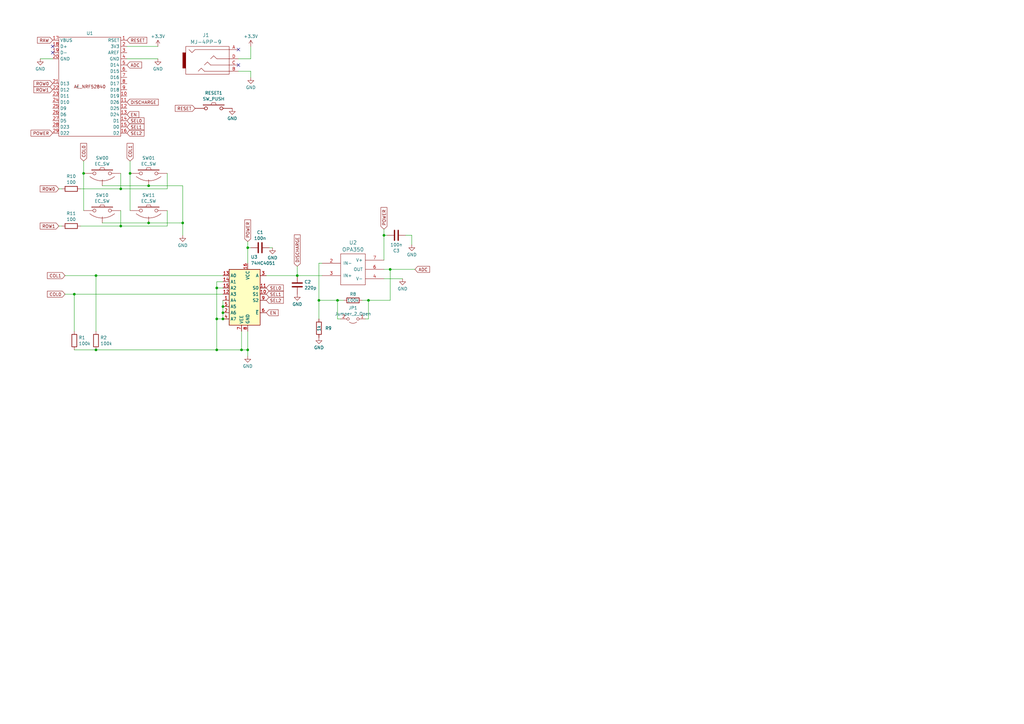
<source format=kicad_sch>
(kicad_sch (version 20230121) (generator eeschema)
  (paper "A3")
  (lib_symbols
    (symbol "0_kbd:SW_PUSH" (pin_numbers hide) (pin_names (offset 1.016) hide)
      (property "Reference" "SW" (at 3.81 2.794 0))
      (property "Value" "SW_PUSH" (at 0 -2.032 0))
      (symbol "SW_PUSH_0_1"
        (rectangle (start -4.318 1.27) (end 4.318 1.524))
        (polyline (pts (xy -1.016 1.524) (xy -0.762 2.286) (xy 0.762 2.286) (xy 1.016 1.524)))
        (pin passive inverted (at -7.62 0 0) (length 5.08) (name "1") (number "1"))
        (pin passive inverted (at 7.62 0 180) (length 5.08) (name "2") (number "2"))
      )
    )
    (symbol "0_tako:EC_SW" (pin_numbers hide) (pin_names (offset 1.016) hide)
      (property "Reference" "SW" (at 3.81 2.794 0))
      (property "Value" "EC_SW" (at -3.81 3.81 0))
      (symbol "EC_SW_0_1"
        (arc (start -5.08 -1.27) (mid 0 -3.052) (end 5.08 -1.27))
        (rectangle (start -4.318 1.27) (end 4.318 1.524))
        (polyline (pts (xy -1.016 1.524) (xy -0.762 2.286) (xy 0.762 2.286) (xy 1.016 1.524)))
        (pin passive inverted (at -7.62 0 0) (length 5.08) (name "1") (number "1"))
        (pin passive inverted (at 7.62 0 180) (length 5.08) (name "2") (number "2"))
      )
      (symbol "EC_SW_1_1"
        (pin input line (at 0 -5.08 90) (length 2.54) (name "SG") (number "3"))
      )
    )
    (symbol "0_tako:MJ-4PP-9" (pin_names (offset 1.016))
      (property "Reference" "J" (at -8.89 -7.62 0))
      (property "Value" "MJ-4PP-9" (at -3.81 6.35 0))
      (symbol "MJ-4PP-9_0_1"
        (rectangle (start -11.43 2.54) (end -10.16 -3.81) (fill (type outline)))
        (polyline (pts (xy 2.54 0) (xy 7.62 0)))
        (polyline (pts (xy -2.54 -5.08) (xy 7.62 -5.08) (xy 7.62 -5.08)))
        (polyline (pts (xy 0 -2.54) (xy -1.27 -1.27) (xy -2.54 -2.54)))
        (polyline (pts (xy 0 0) (xy 1.27 1.27) (xy 2.54 0)))
        (polyline (pts (xy -2.54 -5.08) (xy -3.81 -3.81) (xy -5.08 -5.08) (xy -5.08 -5.08)))
        (polyline (pts (xy 0 -2.54) (xy 7.62 -2.54) (xy 7.62 -2.54) (xy 7.62 -2.54)))
        (polyline (pts (xy 7.62 3.81) (xy -6.35 3.81) (xy -7.62 2.54) (xy -8.89 3.81) (xy -8.89 3.81)))
        (rectangle (start 7.62 -6.35) (end -10.16 5.08))
      )
      (symbol "MJ-4PP-9_1_1"
        (pin passive line (at 11.43 3.81 180) (length 3.81) (name "~") (number "A"))
        (pin passive line (at 11.43 -5.08 180) (length 3.81) (name "~") (number "B"))
        (pin passive line (at 11.43 -2.54 180) (length 3.81) (name "~") (number "C"))
        (pin passive line (at 11.43 0 180) (length 3.81) (name "~") (number "D"))
      )
    )
    (symbol "0_tako:OPA350" (pin_names (offset 1.016))
      (property "Reference" "U" (at 8.89 -7.62 0))
      (property "Value" "OPA350" (at 5.08 7.62 0))
      (symbol "OPA350_0_1"
        (rectangle (start 0 -6.35) (end 10.16 6.35))
        (pin input line (at -7.62 2.54 0) (length 7.62) (name "IN-") (number "2"))
        (pin input line (at -7.62 -2.54 0) (length 7.62) (name "IN+") (number "3"))
        (pin input line (at 17.78 -3.81 180) (length 7.62) (name "V-") (number "4"))
        (pin input line (at 17.78 0 180) (length 7.62) (name "OUT") (number "6"))
        (pin input line (at 17.78 3.81 180) (length 7.62) (name "V+") (number "7"))
      )
    )
    (symbol "74xx:74HC4051"
      (property "Reference" "U3" (at 1.27 15.24 0))
      (property "Value" "74HC4051" (at 1.27 12.7 0))
      (symbol "74HC4051_0_1"
        (rectangle (start -7.62 -12.7) (end 5.08 10.16) (stroke (width 0.254)) (fill (type background)))
      )
      (symbol "74HC4051_1_1"
        (pin passive line (at -10.16 -2.54 0) (length 2.54) (name "A4") (number "1"))
        (pin input line (at 7.62 0 180) (length 2.54) (name "S1") (number "10"))
        (pin input line (at 7.62 2.54 180) (length 2.54) (name "S0") (number "11"))
        (pin passive line (at -10.16 0 0) (length 2.54) (name "A3") (number "12"))
        (pin passive line (at -10.16 7.62 0) (length 2.54) (name "A0") (number "13"))
        (pin passive line (at -10.16 5.08 0) (length 2.54) (name "A1") (number "14"))
        (pin passive line (at -10.16 2.54 0) (length 2.54) (name "A2") (number "15"))
        (pin power_in line (at 0 12.7 270) (length 2.54) (name "VCC") (number "16"))
        (pin passive line (at -10.16 -7.62 0) (length 2.54) (name "A6") (number "2"))
        (pin passive line (at 7.62 7.62 180) (length 2.54) (name "A") (number "3"))
        (pin passive line (at -10.16 -10.16 0) (length 2.54) (name "A7") (number "4"))
        (pin passive line (at -10.16 -5.08 0) (length 2.54) (name "A5") (number "5"))
        (pin input line (at 7.62 -7.62 180) (length 2.54) (name "~{E}") (number "6"))
        (pin power_in line (at -2.54 -15.24 90) (length 2.54) (name "VEE") (number "7"))
        (pin power_in line (at 0 -15.24 90) (length 2.54) (name "GND") (number "8"))
        (pin input line (at 7.62 -2.54 180) (length 2.54) (name "S2") (number "9"))
      )
    )
    (symbol "Device:C" (pin_numbers hide) (pin_names (offset 0.254))
      (property "Reference" "C" (at 0.635 2.54 0))
      (property "Value" "C" (at 0.635 -2.54 0))
      (symbol "C_0_1"
        (polyline (pts (xy -2.032 -0.762) (xy 2.032 -0.762)) (stroke (width 0.508)))
        (polyline (pts (xy -2.032 0.762) (xy 2.032 0.762)) (stroke (width 0.508)))
      )
      (symbol "C_1_1"
        (pin passive line (at 0 3.81 270) (length 2.794) (name "~") (number "1"))
        (pin passive line (at 0 -3.81 90) (length 2.794) (name "~") (number "2"))
      )
    )
    (symbol "Device:R" (pin_numbers hide) (pin_names (offset 0))
      (property "Reference" "R" (at 2.032 0 90))
      (property "Value" "R" (at 0 0 90))
      (symbol "R_0_1"
        (rectangle (start -1.016 -2.54) (end 1.016 2.54) (stroke (width 0.254)))
      )
      (symbol "R_1_1"
        (pin passive line (at 0 3.81 270) (length 1.27) (name "~") (number "1"))
        (pin passive line (at 0 -3.81 90) (length 1.27) (name "~") (number "2"))
      )
    )
    (symbol "Jumper:Jumper_2_Open" (pin_names (offset 0) hide)
      (property "Reference" "JP" (at 0 2.794 0))
      (property "Value" "Jumper_2_Open" (at 0 -2.286 0))
      (symbol "Jumper_2_Open_0_0"
        (circle (center -2.032 0) (radius 0.508))
        (circle (center 2.032 0) (radius 0.508))
      )
      (symbol "Jumper_2_Open_0_1"
        (arc (start 1.524 1.27) (mid 0 1.778) (end -1.524 1.27))
      )
      (symbol "Jumper_2_Open_1_1"
        (pin passive line (at -5.08 0 0) (length 2.54) (name "A") (number "1"))
        (pin passive line (at 5.08 0 180) (length 2.54) (name "B") (number "2"))
      )
    )
    (symbol "ae_nrf52840:ae_nrf52840"
      (property "Reference" "U" (at 0 2.54 0))
      (symbol "ae_nrf52840_0_1"
        (rectangle (start -12.7 20.32) (end 12.7 -20.32))
      )
      (symbol "ae_nrf52840_1_1"
        (text "AE_NRF52840" (at 0 0 0) (effects (font (size 1.27 1.27))))
        (pin bidirectional line (at 15.24 19.05 180) (length 2.54) (name "RSET") (number "1"))
        (pin bidirectional line (at 15.24 -3.81 180) (length 2.54) (name "D19") (number "10"))
        (pin bidirectional line (at 15.24 -6.35 180) (length 2.54) (name "D26") (number "11"))
        (pin bidirectional line (at 15.24 -8.89 180) (length 2.54) (name "D25") (number "12"))
        (pin bidirectional line (at 15.24 -11.43 180) (length 2.54) (name "D24") (number "13"))
        (pin bidirectional line (at 15.24 -13.97 180) (length 2.54) (name "D1") (number "14"))
        (pin bidirectional line (at 15.24 -16.51 180) (length 2.54) (name "D0") (number "15"))
        (pin bidirectional line (at 15.24 -19.05 180) (length 2.54) (name "D2") (number "16"))
        (pin power_in line (at -15.24 19.05 0) (length 2.54) (name "VBUS") (number "17"))
        (pin bidirectional line (at -15.24 16.51 0) (length 2.54) (name "D+") (number "18"))
        (pin bidirectional line (at -15.24 13.97 0) (length 2.54) (name "D-") (number "19"))
        (pin power_in line (at 15.24 16.51 180) (length 2.54) (name "3V3") (number "2"))
        (pin power_in line (at -15.24 11.43 0) (length 2.54) (name "GND") (number "20"))
        (pin bidirectional line (at -15.24 1.27 0) (length 2.54) (name "D13") (number "21"))
        (pin bidirectional line (at -15.24 -1.27 0) (length 2.54) (name "D12") (number "22"))
        (pin bidirectional line (at -15.24 -3.81 0) (length 2.54) (name "D11") (number "23"))
        (pin bidirectional line (at -15.24 -6.35 0) (length 2.54) (name "D10") (number "24"))
        (pin bidirectional line (at -15.24 -8.89 0) (length 2.54) (name "D9") (number "25"))
        (pin bidirectional line (at -15.24 -11.43 0) (length 2.54) (name "D6") (number "26"))
        (pin bidirectional line (at -15.24 -13.97 0) (length 2.54) (name "D5") (number "27"))
        (pin bidirectional line (at -15.24 -16.51 0) (length 2.54) (name "D23") (number "28"))
        (pin bidirectional line (at -15.24 -19.05 0) (length 2.54) (name "D22") (number "29"))
        (pin bidirectional line (at 15.24 13.97 180) (length 2.54) (name "AREF") (number "3"))
        (pin power_in line (at 15.24 11.43 180) (length 2.54) (name "GND") (number "4"))
        (pin bidirectional line (at 15.24 8.89 180) (length 2.54) (name "D14") (number "5"))
        (pin bidirectional line (at 15.24 6.35 180) (length 2.54) (name "D15") (number "6"))
        (pin bidirectional line (at 15.24 3.81 180) (length 2.54) (name "D16") (number "7"))
        (pin bidirectional line (at 15.24 1.27 180) (length 2.54) (name "D17") (number "8"))
        (pin bidirectional line (at 15.24 -1.27 180) (length 2.54) (name "D18") (number "9"))
      )
    )
    (symbol "power:+3.3V" (power) (pin_names (offset 0))
      (property "Value" "+3.3V" (at 0 3.556 0))
      (symbol "+3.3V_0_1"
        (polyline (pts (xy -0.762 1.27) (xy 0 2.54)))
        (polyline (pts (xy 0 0) (xy 0 2.54)))
        (polyline (pts (xy 0 2.54) (xy 0.762 1.27)))
      )
      (symbol "+3.3V_1_1"
        (pin power_in line (at 0 0 90) (length 0) hide (name "+3.3V") (number "1"))
      )
    )
    (symbol "power:GND" (power) (pin_names (offset 0))
      (property "Value" "GND" (at 0 -3.81 0))
      (symbol "GND_0_1"
        (polyline (pts (xy 0 0) (xy 0 -1.27) (xy 1.27 -1.27) (xy 0 -2.54) (xy -1.27 -1.27) (xy 0 -1.27)))
      )
      (symbol "GND_1_1"
        (pin power_in line (at 0 0 270) (length 0) hide (name "GND") (number "1"))
      )
    )
  )
  (junction (at 49.53 92.71))
  (junction (at 130.81 123.19))
  (junction (at 88.9 118.11))
  (junction (at 91.44 128.27))
  (junction (at 88.9 130.81))
  (junction (at 157.48 96.52))
  (junction (at 49.53 77.47))
  (junction (at 53.34 71.12))
  (junction (at 160.02 110.49))
  (junction (at 101.6 143.51))
  (junction (at 74.93 91.44))
  (junction (at 60.96 91.44))
  (junction (at 121.92 113.03))
  (junction (at 91.44 130.81))
  (junction (at 151.13 123.19))
  (junction (at 34.29 71.12))
  (junction (at 30.48 120.65))
  (junction (at 60.96 76.2))
  (junction (at 88.9 143.51))
  (junction (at 91.44 125.73))
  (junction (at 138.43 123.19))
  (junction (at 39.37 143.51))
  (junction (at 101.6 101.6))
  (junction (at 99.06 143.51))
  (junction (at 39.37 113.03))
  (no_connect (at 21.59 21.59))
  (no_connect (at 97.79 26.67))
  (no_connect (at 97.79 20.32))
  (no_connect (at 21.59 19.05))
  (wire (pts (xy 111.76 101.6) (xy 110.49 101.6)))
  (wire (pts (xy 99.06 135.89) (xy 99.06 143.51)))
  (wire (pts (xy 26.67 120.65) (xy 30.48 120.65)))
  (wire (pts (xy 102.87 24.13) (xy 102.87 19.05)))
  (wire (pts (xy 101.6 143.51) (xy 101.6 146.05)))
  (wire (pts (xy 88.9 118.11) (xy 88.9 130.81)))
  (wire (pts (xy 88.9 143.51) (xy 99.06 143.51)))
  (wire (pts (xy 97.79 24.13) (xy 102.87 24.13)))
  (wire (pts (xy 160.02 110.49) (xy 170.18 110.49)))
  (wire (pts (xy 49.53 77.47) (xy 68.58 77.47)))
  (wire (pts (xy 130.81 123.19) (xy 130.81 130.81)))
  (wire (pts (xy 68.58 86.36) (xy 68.58 92.71)))
  (wire (pts (xy 49.53 71.12) (xy 49.53 77.47)))
  (wire (pts (xy 64.77 24.13) (xy 52.07 24.13)))
  (wire (pts (xy 88.9 118.11) (xy 91.44 118.11)))
  (wire (pts (xy 39.37 143.51) (xy 88.9 143.51)))
  (wire (pts (xy 74.93 76.2) (xy 74.93 91.44)))
  (wire (pts (xy 121.92 113.03) (xy 132.08 113.03)))
  (wire (pts (xy 99.06 143.51) (xy 101.6 143.51)))
  (wire (pts (xy 102.87 29.21) (xy 97.79 29.21)))
  (wire (pts (xy 64.77 19.05) (xy 52.07 19.05)))
  (wire (pts (xy 30.48 143.51) (xy 39.37 143.51)))
  (wire (pts (xy 160.02 110.49) (xy 157.48 110.49)))
  (wire (pts (xy 102.87 101.6) (xy 101.6 101.6)))
  (wire (pts (xy 49.53 92.71) (xy 68.58 92.71)))
  (wire (pts (xy 68.58 71.12) (xy 68.58 77.47)))
  (wire (pts (xy 101.6 135.89) (xy 101.6 143.51)))
  (wire (pts (xy 165.1 114.3) (xy 157.48 114.3)))
  (wire (pts (xy 74.93 91.44) (xy 60.96 91.44)))
  (wire (pts (xy 30.48 120.65) (xy 30.48 135.89)))
  (wire (pts (xy 60.96 76.2) (xy 74.93 76.2)))
  (wire (pts (xy 34.29 66.04) (xy 34.29 71.12)))
  (wire (pts (xy 151.13 123.19) (xy 148.59 123.19)))
  (wire (pts (xy 157.48 96.52) (xy 157.48 106.68)))
  (wire (pts (xy 88.9 130.81) (xy 88.9 143.51)))
  (wire (pts (xy 33.02 92.71) (xy 49.53 92.71)))
  (wire (pts (xy 151.13 123.19) (xy 151.13 130.81)))
  (wire (pts (xy 91.44 115.57) (xy 88.9 115.57)))
  (wire (pts (xy 157.48 93.98) (xy 157.48 96.52)))
  (wire (pts (xy 39.37 113.03) (xy 91.44 113.03)))
  (wire (pts (xy 91.44 123.19) (xy 91.44 125.73)))
  (wire (pts (xy 91.44 128.27) (xy 91.44 130.81)))
  (wire (pts (xy 30.48 120.65) (xy 91.44 120.65)))
  (wire (pts (xy 88.9 115.57) (xy 88.9 118.11)))
  (wire (pts (xy 41.91 76.2) (xy 60.96 76.2)))
  (wire (pts (xy 160.02 123.19) (xy 151.13 123.19)))
  (wire (pts (xy 53.34 71.12) (xy 53.34 86.36)))
  (wire (pts (xy 34.29 71.12) (xy 34.29 86.36)))
  (wire (pts (xy 130.81 107.95) (xy 130.81 123.19)))
  (wire (pts (xy 149.86 130.81) (xy 151.13 130.81)))
  (wire (pts (xy 101.6 99.06) (xy 101.6 101.6)))
  (wire (pts (xy 53.34 66.04) (xy 53.34 71.12)))
  (wire (pts (xy 102.87 31.75) (xy 102.87 29.21)))
  (wire (pts (xy 41.91 91.44) (xy 60.96 91.44)))
  (wire (pts (xy 138.43 123.19) (xy 140.97 123.19)))
  (wire (pts (xy 49.53 86.36) (xy 49.53 92.71)))
  (wire (pts (xy 121.92 109.22) (xy 121.92 113.03)))
  (wire (pts (xy 24.13 77.47) (xy 25.4 77.47)))
  (wire (pts (xy 74.93 91.44) (xy 74.93 96.52)))
  (wire (pts (xy 33.02 77.47) (xy 49.53 77.47)))
  (wire (pts (xy 168.91 96.52) (xy 166.37 96.52)))
  (wire (pts (xy 139.7 130.81) (xy 138.43 130.81)))
  (wire (pts (xy 101.6 101.6) (xy 101.6 107.95)))
  (wire (pts (xy 16.51 24.13) (xy 21.59 24.13)))
  (wire (pts (xy 88.9 130.81) (xy 91.44 130.81)))
  (wire (pts (xy 160.02 110.49) (xy 160.02 123.19)))
  (wire (pts (xy 157.48 96.52) (xy 158.75 96.52)))
  (wire (pts (xy 132.08 107.95) (xy 130.81 107.95)))
  (wire (pts (xy 39.37 113.03) (xy 39.37 135.89)))
  (wire (pts (xy 168.91 100.33) (xy 168.91 96.52)))
  (wire (pts (xy 26.67 113.03) (xy 39.37 113.03)))
  (wire (pts (xy 109.22 113.03) (xy 121.92 113.03)))
  (wire (pts (xy 138.43 130.81) (xy 138.43 123.19)))
  (wire (pts (xy 130.81 123.19) (xy 138.43 123.19)))
  (wire (pts (xy 91.44 125.73) (xy 91.44 128.27)))
  (wire (pts (xy 24.13 92.71) (xy 25.4 92.71)))
  (global_label "COL1" (shape input) (at 53.34 66.04 90) (property "Intersheetrefs" "${INTERSHEET_REFS}" (effects hide)))
  (global_label "ROW1" (shape input) (at 24.13 92.71 180) (property "Intersheetrefs" "${INTERSHEET_REFS}" (effects hide)))
  (global_label "COL1" (shape input) (at 26.67 113.03 180) (property "Intersheetrefs" "${INTERSHEET_REFS}" (effects hide)))
  (global_label "SEL1" (shape input) (at 109.22 120.65 0) (property "Intersheetrefs" "${INTERSHEET_REFS}" (effects hide)))
  (global_label "SEL1" (shape input) (at 52.07 52.07 0) (property "Intersheetrefs" "${INTERSHEET_REFS}" (effects hide)))
  (global_label "DISCHARGE" (shape input) (at 52.07 41.91 0) (property "Intersheetrefs" "${INTERSHEET_REFS}" (effects hide)))
  (global_label "POWER" (shape input) (at 157.48 93.98 90) (property "Intersheetrefs" "${INTERSHEET_REFS}" (effects hide)))
  (global_label "COL0" (shape input) (at 34.29 66.04 90) (property "Intersheetrefs" "${INTERSHEET_REFS}" (effects hide)))
  (global_label "ROW0" (shape input) (at 21.59 34.29 180) (property "Intersheetrefs" "${INTERSHEET_REFS}" (effects hide)))
  (global_label "SEL2" (shape input) (at 52.07 54.61 0) (property "Intersheetrefs" "${INTERSHEET_REFS}" (effects hide)))
  (global_label "RESET" (shape input) (at 52.07 16.51 0) (property "Intersheetrefs" "${INTERSHEET_REFS}" (effects hide)))
  (global_label "RAW" (shape input) (at 21.59 16.51 180) (property "Intersheetrefs" "${INTERSHEET_REFS}" (effects hide)))
  (global_label "POWER" (shape input) (at 21.59 54.61 180) (property "Intersheetrefs" "${INTERSHEET_REFS}" (effects hide)))
  (global_label "ADC" (shape input) (at 52.07 26.67 0) (property "Intersheetrefs" "${INTERSHEET_REFS}" (effects hide)))
  (global_label "SEL0" (shape input) (at 109.22 118.11 0) (property "Intersheetrefs" "${INTERSHEET_REFS}" (effects hide)))
  (global_label "COL0" (shape input) (at 26.67 120.65 180) (property "Intersheetrefs" "${INTERSHEET_REFS}" (effects hide)))
  (global_label "SEL0" (shape input) (at 52.07 49.53 0) (property "Intersheetrefs" "${INTERSHEET_REFS}" (effects hide)))
  (global_label "SEL2" (shape input) (at 109.22 123.19 0) (property "Intersheetrefs" "${INTERSHEET_REFS}" (effects hide)))
  (global_label "EN" (shape input) (at 52.07 46.99 0) (property "Intersheetrefs" "${INTERSHEET_REFS}" (effects hide)))
  (global_label "RESET" (shape input) (at 80.01 44.45 180) (property "Intersheetrefs" "${INTERSHEET_REFS}" (effects hide)))
  (global_label "EN" (shape input) (at 109.22 128.27 0) (property "Intersheetrefs" "${INTERSHEET_REFS}" (effects hide)))
  (global_label "ROW1" (shape input) (at 21.59 36.83 180) (property "Intersheetrefs" "${INTERSHEET_REFS}" (effects hide)))
  (global_label "ROW0" (shape input) (at 24.13 77.47 180) (property "Intersheetrefs" "${INTERSHEET_REFS}" (effects hide)))
  (global_label "ADC" (shape input) (at 170.18 110.49 0) (property "Intersheetrefs" "${INTERSHEET_REFS}" (effects hide)))
  (global_label "DISCHARGE" (shape input) (at 121.92 109.22 90) (property "Intersheetrefs" "${INTERSHEET_REFS}" (effects hide)))
  (global_label "POWER" (shape input) (at 101.6 99.06 90) (property "Intersheetrefs" "${INTERSHEET_REFS}" (effects hide)))
  (symbol (lib_id "power:GND") (at 168.91 100.33 0) (unit 1)
    (property "Reference" "#PWR06" (effects hide))
    (property "Value" "GND" (at 168.91 104.4631 0))
  )
  (symbol (lib_id "Device:C") (at 162.56 96.52 270) (unit 1)
    (property "Reference" "C3" (at 162.56 102.8233 90))
    (property "Value" "100n" (at 162.56 100.3991 90))
    (property "Footprint" "Capacitor_SMD:C_0805_2012Metric_Pad1.18x1.45mm_HandSolder" (effects hide))
  )
  (symbol (lib_id "power:+3.3V") (at 64.77 19.05 0) (unit 1)
    (property "Reference" "#PWR011" (effects hide))
    (property "Value" "+3.3V" (at 64.77 14.9169 0))
  )
  (symbol (lib_id "power:GND") (at 74.93 96.52 0) (unit 1)
    (property "Reference" "#PWR01" (effects hide))
    (property "Value" "GND" (at 74.93 100.6531 0))
  )
  (symbol (lib_id "power:+3.3V") (at 102.87 19.05 0) (unit 1)
    (property "Reference" "#PWR08" (effects hide))
    (property "Value" "+3.3V" (at 102.87 14.9169 0))
  )
  (symbol (lib_id "power:GND") (at 16.51 24.13 0) (unit 1)
    (property "Reference" "#PWR013" (effects hide))
    (property "Value" "GND" (at 16.51 28.2631 0))
  )
  (symbol (lib_id "74xx:74HC4051") (at 101.6 120.65 0) (unit 1)
    (property "Reference" "U3" (at 102.87 105.41 0) (effects (justify left)))
    (property "Value" "74HC4051" (at 102.87 107.95 0) (effects (justify left)))
    (property "Footprint" "Package_SO:SOIC-16_3.9x9.9mm_P1.27mm" (effects hide))
    (property "Datasheet" "http://www.ti.com/lit/ds/symlink/cd74hc4051.pdf" (effects hide))
  )
  (symbol (lib_id "Device:R") (at 29.21 77.47 90) (unit 1)
    (property "Reference" "R10" (at 29.21 72.3097 90))
    (property "Value" "100" (at 29.21 74.7339 90))
    (property "Footprint" "Resistor_SMD:R_0805_2012Metric_Pad1.20x1.40mm_HandSolder" (effects hide))
  )
  (symbol (lib_id "power:GND") (at 165.1 114.3 0) (unit 1)
    (property "Reference" "#PWR07" (effects hide))
    (property "Value" "GND" (at 165.1 118.4331 0))
  )
  (symbol (lib_id "0_kbd:SW_PUSH") (at 87.63 44.45 0) (unit 1)
    (property "Reference" "RESET1" (at 87.63 38.1467 0))
    (property "Value" "SW_PUSH" (at 87.63 40.5709 0))
    (property "Footprint" "0_kbd:ResetSW_1side" (effects hide))
  )
  (symbol (lib_id "power:GND") (at 130.81 138.43 0) (unit 1)
    (property "Reference" "#PWR05" (effects hide))
    (property "Value" "GND" (at 130.81 142.5631 0))
  )
  (symbol (lib_id "0_tako:EC_SW") (at 41.91 71.12 0) (unit 1)
    (property "Reference" "SW00" (at 41.91 64.8167 0))
    (property "Value" "EC_SW" (at 41.91 67.2409 0))
    (property "Footprint" "0_tako:ecs_pad_1U_no_ring_90deg" (effects hide))
  )
  (symbol (lib_id "power:GND") (at 121.92 120.65 0) (unit 1)
    (property "Reference" "#PWR04" (effects hide))
    (property "Value" "GND" (at 121.92 124.7831 0))
  )
  (symbol (lib_id "Device:C") (at 106.68 101.6 90) (unit 1)
    (property "Reference" "C1" (at 106.68 95.2967 90))
    (property "Value" "100n" (at 106.68 97.7209 90))
    (property "Footprint" "Capacitor_SMD:C_0805_2012Metric_Pad1.18x1.45mm_HandSolder" (effects hide))
  )
  (symbol (lib_id "Device:R") (at 39.37 139.7 0) (unit 1)
    (property "Reference" "R2" (at 41.148 138.4879 0) (effects (justify left)))
    (property "Value" "100k" (at 41.148 140.9121 0) (effects (justify left)))
    (property "Footprint" "Resistor_SMD:R_0805_2012Metric_Pad1.20x1.40mm_HandSolder" (effects hide))
  )
  (symbol (lib_id "Device:C") (at 121.92 116.84 180) (unit 1)
    (property "Reference" "C2" (at 124.841 115.6279 0) (effects (justify right)))
    (property "Value" "220p" (at 124.841 118.0521 0) (effects (justify right)))
    (property "Footprint" "Capacitor_SMD:C_0805_2012Metric_Pad1.18x1.45mm_HandSolder" (effects hide))
  )
  (symbol (lib_id "Jumper:Jumper_2_Open") (at 144.78 130.81 180) (unit 1)
    (property "Reference" "JP1" (at 144.78 126.2847 0))
    (property "Value" "Jumper_2_Open" (at 144.78 128.7089 0))
    (property "Footprint" "Resistor_SMD:R_0805_2012Metric_Pad1.20x1.40mm_HandSolder" (effects hide))
  )
  (symbol (lib_id "Device:R") (at 130.81 134.62 0) (unit 1)
    (property "Reference" "R9" (at 133.35 134.62 0) (effects (justify left)))
    (property "Value" "1k" (at 130.81 135.89 90) (effects (justify left)))
    (property "Footprint" "Resistor_SMD:R_0805_2012Metric_Pad1.20x1.40mm_HandSolder" (effects hide))
  )
  (symbol (lib_id "power:GND") (at 111.76 101.6 0) (unit 1)
    (property "Reference" "#PWR03" (effects hide))
    (property "Value" "GND" (at 111.76 105.7331 0))
  )
  (symbol (lib_id "ae_nrf52840:ae_nrf52840") (at 36.83 35.56 0) (unit 1)
    (property "Reference" "U1" (at 36.83 13.6469 0))
    (property "Value" "~" (at 31.75 35.56 0))
    (property "Footprint" "0_ae_nrf52840:ae_nrf52840" (effects hide))
  )
  (symbol (lib_id "power:GND") (at 64.77 24.13 0) (unit 1)
    (property "Reference" "#PWR012" (effects hide))
    (property "Value" "GND" (at 64.77 28.2631 0))
  )
  (symbol (lib_id "power:GND") (at 102.87 31.75 0) (unit 1)
    (property "Reference" "#PWR09" (effects hide))
    (property "Value" "GND" (at 102.87 35.8831 0))
  )
  (symbol (lib_id "0_tako:MJ-4PP-9") (at 86.36 24.13 0) (unit 1)
    (property "Reference" "J1" (at 84.455 14.4198 0) (effects (font (size 1.524 1.524))))
    (property "Value" "MJ-4PP-9" (at 84.455 17.2526 0) (effects (font (size 1.524 1.524))))
    (property "Footprint" "0_kbd:MJ-4PP-9_1side" (effects hide))
  )
  (symbol (lib_id "0_tako:OPA350") (at 139.7 110.49 0) (unit 1)
    (property "Reference" "U2" (at 144.78 99.5098 0) (effects (font (size 1.524 1.524))))
    (property "Value" "OPA350" (at 144.78 102.3426 0) (effects (font (size 1.524 1.524))))
    (property "Footprint" "Package_SO:SOIC-8_3.9x4.9mm_P1.27mm" (effects hide))
  )
  (symbol (lib_id "0_tako:EC_SW") (at 60.96 71.12 0) (unit 1)
    (property "Reference" "SW01" (at 60.96 64.8167 0))
    (property "Value" "EC_SW" (at 60.96 67.2409 0))
    (property "Footprint" "0_tako:ecs_pad_1U_no_ring_90deg" (effects hide))
  )
  (symbol (lib_id "power:GND") (at 95.25 44.45 0) (unit 1)
    (property "Reference" "#PWR010" (effects hide))
    (property "Value" "GND" (at 95.25 48.5831 0))
  )
  (symbol (lib_id "Device:R") (at 29.21 92.71 90) (unit 1)
    (property "Reference" "R11" (at 29.21 87.5497 90))
    (property "Value" "100" (at 29.21 89.9739 90))
    (property "Footprint" "Resistor_SMD:R_0805_2012Metric_Pad1.20x1.40mm_HandSolder" (effects hide))
  )
  (symbol (lib_id "0_tako:EC_SW") (at 41.91 86.36 0) (unit 1)
    (property "Reference" "SW10" (at 41.91 80.0567 0))
    (property "Value" "EC_SW" (at 41.91 82.4809 0))
    (property "Footprint" "0_tako:ecs_pad_1U_no_ring_90deg" (effects hide))
  )
  (symbol (lib_id "power:GND") (at 101.6 146.05 0) (unit 1)
    (property "Reference" "#PWR02" (effects hide))
    (property "Value" "GND" (at 101.6 150.1831 0))
  )
  (symbol (lib_id "Device:R") (at 144.78 123.19 90) (unit 1)
    (property "Reference" "R8" (at 144.78 120.65 90))
    (property "Value" "100k" (at 144.78 123.19 90))
    (property "Footprint" "Resistor_SMD:R_0805_2012Metric_Pad1.20x1.40mm_HandSolder" (effects hide))
  )
  (symbol (lib_id "0_tako:EC_SW") (at 60.96 86.36 0) (unit 1)
    (property "Reference" "SW11" (at 60.96 80.0567 0))
    (property "Value" "EC_SW" (at 60.96 82.4809 0))
    (property "Footprint" "0_tako:ecs_pad_1U_no_ring_90deg" (effects hide))
  )
  (symbol (lib_id "Device:R") (at 30.48 139.7 0) (unit 1)
    (property "Reference" "R1" (at 32.258 138.4879 0) (effects (justify left)))
    (property "Value" "100k" (at 32.258 140.9121 0) (effects (justify left)))
    (property "Footprint" "Resistor_SMD:R_0805_2012Metric_Pad1.20x1.40mm_HandSolder" (effects hide))
  )
)
</source>
